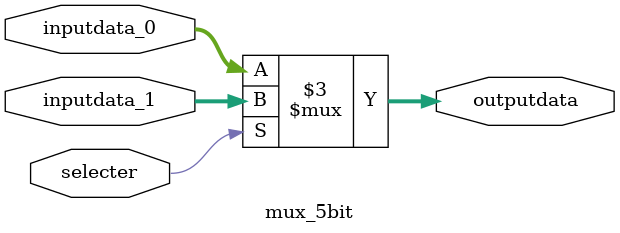
<source format=v>
`timescale 1ns / 1ps
module mux_5bit(

input [4:0] inputdata_0 , 
input [4:0] inputdata_1 , 
input selecter ,

output reg [4:0] outputdata 
);

always @ (*) begin

if (selecter) begin 
outputdata <= inputdata_1;
end  

else begin 
outputdata <= inputdata_0;
end 

end 


endmodule


</source>
